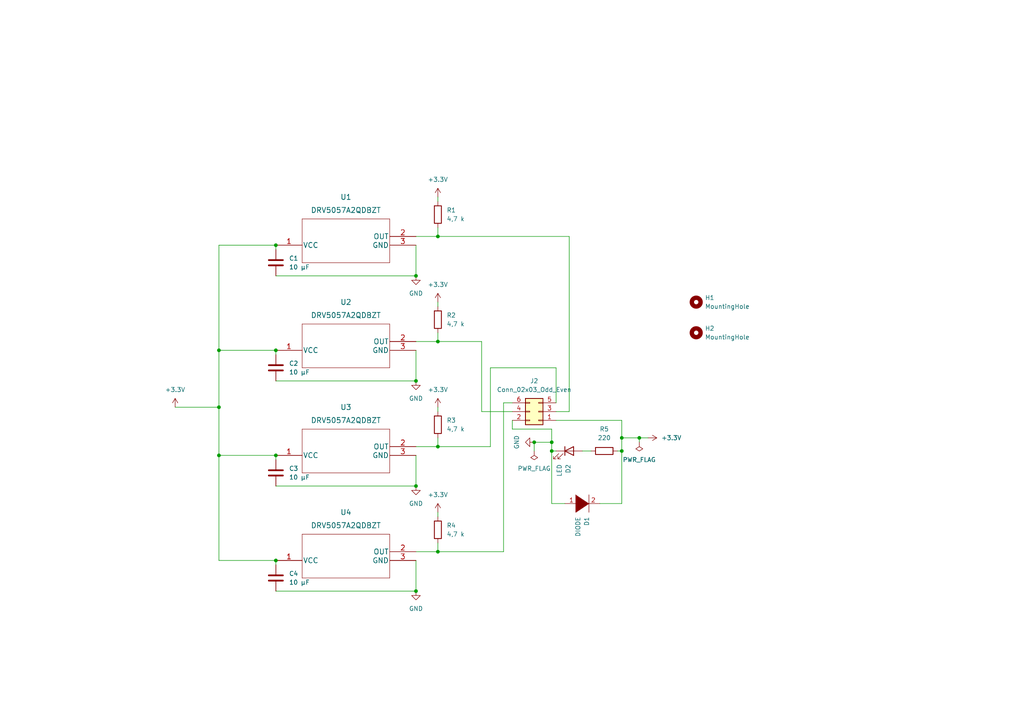
<source format=kicad_sch>
(kicad_sch (version 20211123) (generator eeschema)

  (uuid d81cab95-fd08-4e0a-9871-078721146f6c)

  (paper "A4")

  (title_block
    (title "Linear Hall Effect Array")
    (date "2022-08-04")
    (rev "0.2")
  )

  (lib_symbols
    (symbol "2022-06-28_18-35-33:DRV5057A2QDBZT" (pin_names (offset 0.254)) (in_bom yes) (on_board yes)
      (property "Reference" "U" (id 0) (at 20.32 10.16 0)
        (effects (font (size 1.524 1.524)))
      )
      (property "Value" "DRV5057A2QDBZT" (id 1) (at 20.32 7.62 0)
        (effects (font (size 1.524 1.524)))
      )
      (property "Footprint" "DBZ3_TEX" (id 2) (at 20.32 6.096 0)
        (effects (font (size 1.524 1.524)) hide)
      )
      (property "Datasheet" "" (id 3) (at 0 0 0)
        (effects (font (size 1.524 1.524)))
      )
      (property "ki_locked" "" (id 4) (at 0 0 0)
        (effects (font (size 1.27 1.27)))
      )
      (property "ki_fp_filters" "DBZ3_TEX DBZ3_TEX-M DBZ3_TEX-L" (id 5) (at 0 0 0)
        (effects (font (size 1.27 1.27)) hide)
      )
      (symbol "DRV5057A2QDBZT_1_1"
        (polyline
          (pts
            (xy 7.62 -7.62)
            (xy 33.02 -7.62)
          )
          (stroke (width 0.127) (type default) (color 0 0 0 0))
          (fill (type none))
        )
        (polyline
          (pts
            (xy 7.62 5.08)
            (xy 7.62 -7.62)
          )
          (stroke (width 0.127) (type default) (color 0 0 0 0))
          (fill (type none))
        )
        (polyline
          (pts
            (xy 33.02 -7.62)
            (xy 33.02 5.08)
          )
          (stroke (width 0.127) (type default) (color 0 0 0 0))
          (fill (type none))
        )
        (polyline
          (pts
            (xy 33.02 5.08)
            (xy 7.62 5.08)
          )
          (stroke (width 0.127) (type default) (color 0 0 0 0))
          (fill (type none))
        )
        (pin power_in line (at 0 0 0) (length 7.62)
          (name "VCC" (effects (font (size 1.4986 1.4986))))
          (number "1" (effects (font (size 1.4986 1.4986))))
        )
        (pin output line (at 40.64 -2.54 180) (length 7.62)
          (name "OUT" (effects (font (size 1.4986 1.4986))))
          (number "2" (effects (font (size 1.4986 1.4986))))
        )
        (pin power_in line (at 40.64 0 180) (length 7.62)
          (name "GND" (effects (font (size 1.4986 1.4986))))
          (number "3" (effects (font (size 1.4986 1.4986))))
        )
      )
    )
    (symbol "Connector_Generic:Conn_02x03_Odd_Even" (pin_names (offset 1.016) hide) (in_bom yes) (on_board yes)
      (property "Reference" "J" (id 0) (at 1.27 5.08 0)
        (effects (font (size 1.27 1.27)))
      )
      (property "Value" "Conn_02x03_Odd_Even" (id 1) (at 1.27 -5.08 0)
        (effects (font (size 1.27 1.27)))
      )
      (property "Footprint" "" (id 2) (at 0 0 0)
        (effects (font (size 1.27 1.27)) hide)
      )
      (property "Datasheet" "~" (id 3) (at 0 0 0)
        (effects (font (size 1.27 1.27)) hide)
      )
      (property "ki_keywords" "connector" (id 4) (at 0 0 0)
        (effects (font (size 1.27 1.27)) hide)
      )
      (property "ki_description" "Generic connector, double row, 02x03, odd/even pin numbering scheme (row 1 odd numbers, row 2 even numbers), script generated (kicad-library-utils/schlib/autogen/connector/)" (id 5) (at 0 0 0)
        (effects (font (size 1.27 1.27)) hide)
      )
      (property "ki_fp_filters" "Connector*:*_2x??_*" (id 6) (at 0 0 0)
        (effects (font (size 1.27 1.27)) hide)
      )
      (symbol "Conn_02x03_Odd_Even_1_1"
        (rectangle (start -1.27 -2.413) (end 0 -2.667)
          (stroke (width 0.1524) (type default) (color 0 0 0 0))
          (fill (type none))
        )
        (rectangle (start -1.27 0.127) (end 0 -0.127)
          (stroke (width 0.1524) (type default) (color 0 0 0 0))
          (fill (type none))
        )
        (rectangle (start -1.27 2.667) (end 0 2.413)
          (stroke (width 0.1524) (type default) (color 0 0 0 0))
          (fill (type none))
        )
        (rectangle (start -1.27 3.81) (end 3.81 -3.81)
          (stroke (width 0.254) (type default) (color 0 0 0 0))
          (fill (type background))
        )
        (rectangle (start 3.81 -2.413) (end 2.54 -2.667)
          (stroke (width 0.1524) (type default) (color 0 0 0 0))
          (fill (type none))
        )
        (rectangle (start 3.81 0.127) (end 2.54 -0.127)
          (stroke (width 0.1524) (type default) (color 0 0 0 0))
          (fill (type none))
        )
        (rectangle (start 3.81 2.667) (end 2.54 2.413)
          (stroke (width 0.1524) (type default) (color 0 0 0 0))
          (fill (type none))
        )
        (pin passive line (at -5.08 2.54 0) (length 3.81)
          (name "Pin_1" (effects (font (size 1.27 1.27))))
          (number "1" (effects (font (size 1.27 1.27))))
        )
        (pin passive line (at 7.62 2.54 180) (length 3.81)
          (name "Pin_2" (effects (font (size 1.27 1.27))))
          (number "2" (effects (font (size 1.27 1.27))))
        )
        (pin passive line (at -5.08 0 0) (length 3.81)
          (name "Pin_3" (effects (font (size 1.27 1.27))))
          (number "3" (effects (font (size 1.27 1.27))))
        )
        (pin passive line (at 7.62 0 180) (length 3.81)
          (name "Pin_4" (effects (font (size 1.27 1.27))))
          (number "4" (effects (font (size 1.27 1.27))))
        )
        (pin passive line (at -5.08 -2.54 0) (length 3.81)
          (name "Pin_5" (effects (font (size 1.27 1.27))))
          (number "5" (effects (font (size 1.27 1.27))))
        )
        (pin passive line (at 7.62 -2.54 180) (length 3.81)
          (name "Pin_6" (effects (font (size 1.27 1.27))))
          (number "6" (effects (font (size 1.27 1.27))))
        )
      )
    )
    (symbol "Device:C" (pin_numbers hide) (pin_names (offset 0.254)) (in_bom yes) (on_board yes)
      (property "Reference" "C" (id 0) (at 0.635 2.54 0)
        (effects (font (size 1.27 1.27)) (justify left))
      )
      (property "Value" "C" (id 1) (at 0.635 -2.54 0)
        (effects (font (size 1.27 1.27)) (justify left))
      )
      (property "Footprint" "" (id 2) (at 0.9652 -3.81 0)
        (effects (font (size 1.27 1.27)) hide)
      )
      (property "Datasheet" "~" (id 3) (at 0 0 0)
        (effects (font (size 1.27 1.27)) hide)
      )
      (property "ki_keywords" "cap capacitor" (id 4) (at 0 0 0)
        (effects (font (size 1.27 1.27)) hide)
      )
      (property "ki_description" "Unpolarized capacitor" (id 5) (at 0 0 0)
        (effects (font (size 1.27 1.27)) hide)
      )
      (property "ki_fp_filters" "C_*" (id 6) (at 0 0 0)
        (effects (font (size 1.27 1.27)) hide)
      )
      (symbol "C_0_1"
        (polyline
          (pts
            (xy -2.032 -0.762)
            (xy 2.032 -0.762)
          )
          (stroke (width 0.508) (type default) (color 0 0 0 0))
          (fill (type none))
        )
        (polyline
          (pts
            (xy -2.032 0.762)
            (xy 2.032 0.762)
          )
          (stroke (width 0.508) (type default) (color 0 0 0 0))
          (fill (type none))
        )
      )
      (symbol "C_1_1"
        (pin passive line (at 0 3.81 270) (length 2.794)
          (name "~" (effects (font (size 1.27 1.27))))
          (number "1" (effects (font (size 1.27 1.27))))
        )
        (pin passive line (at 0 -3.81 90) (length 2.794)
          (name "~" (effects (font (size 1.27 1.27))))
          (number "2" (effects (font (size 1.27 1.27))))
        )
      )
    )
    (symbol "Device:LED" (pin_numbers hide) (pin_names (offset 1.016) hide) (in_bom yes) (on_board yes)
      (property "Reference" "D" (id 0) (at 0 2.54 0)
        (effects (font (size 1.27 1.27)))
      )
      (property "Value" "LED" (id 1) (at 0 -2.54 0)
        (effects (font (size 1.27 1.27)))
      )
      (property "Footprint" "" (id 2) (at 0 0 0)
        (effects (font (size 1.27 1.27)) hide)
      )
      (property "Datasheet" "~" (id 3) (at 0 0 0)
        (effects (font (size 1.27 1.27)) hide)
      )
      (property "ki_keywords" "LED diode" (id 4) (at 0 0 0)
        (effects (font (size 1.27 1.27)) hide)
      )
      (property "ki_description" "Light emitting diode" (id 5) (at 0 0 0)
        (effects (font (size 1.27 1.27)) hide)
      )
      (property "ki_fp_filters" "LED* LED_SMD:* LED_THT:*" (id 6) (at 0 0 0)
        (effects (font (size 1.27 1.27)) hide)
      )
      (symbol "LED_0_1"
        (polyline
          (pts
            (xy -1.27 -1.27)
            (xy -1.27 1.27)
          )
          (stroke (width 0.254) (type default) (color 0 0 0 0))
          (fill (type none))
        )
        (polyline
          (pts
            (xy -1.27 0)
            (xy 1.27 0)
          )
          (stroke (width 0) (type default) (color 0 0 0 0))
          (fill (type none))
        )
        (polyline
          (pts
            (xy 1.27 -1.27)
            (xy 1.27 1.27)
            (xy -1.27 0)
            (xy 1.27 -1.27)
          )
          (stroke (width 0.254) (type default) (color 0 0 0 0))
          (fill (type none))
        )
        (polyline
          (pts
            (xy -3.048 -0.762)
            (xy -4.572 -2.286)
            (xy -3.81 -2.286)
            (xy -4.572 -2.286)
            (xy -4.572 -1.524)
          )
          (stroke (width 0) (type default) (color 0 0 0 0))
          (fill (type none))
        )
        (polyline
          (pts
            (xy -1.778 -0.762)
            (xy -3.302 -2.286)
            (xy -2.54 -2.286)
            (xy -3.302 -2.286)
            (xy -3.302 -1.524)
          )
          (stroke (width 0) (type default) (color 0 0 0 0))
          (fill (type none))
        )
      )
      (symbol "LED_1_1"
        (pin passive line (at -3.81 0 0) (length 2.54)
          (name "K" (effects (font (size 1.27 1.27))))
          (number "1" (effects (font (size 1.27 1.27))))
        )
        (pin passive line (at 3.81 0 180) (length 2.54)
          (name "A" (effects (font (size 1.27 1.27))))
          (number "2" (effects (font (size 1.27 1.27))))
        )
      )
    )
    (symbol "Device:R" (pin_numbers hide) (pin_names (offset 0)) (in_bom yes) (on_board yes)
      (property "Reference" "R" (id 0) (at 2.032 0 90)
        (effects (font (size 1.27 1.27)))
      )
      (property "Value" "R" (id 1) (at 0 0 90)
        (effects (font (size 1.27 1.27)))
      )
      (property "Footprint" "" (id 2) (at -1.778 0 90)
        (effects (font (size 1.27 1.27)) hide)
      )
      (property "Datasheet" "~" (id 3) (at 0 0 0)
        (effects (font (size 1.27 1.27)) hide)
      )
      (property "ki_keywords" "R res resistor" (id 4) (at 0 0 0)
        (effects (font (size 1.27 1.27)) hide)
      )
      (property "ki_description" "Resistor" (id 5) (at 0 0 0)
        (effects (font (size 1.27 1.27)) hide)
      )
      (property "ki_fp_filters" "R_*" (id 6) (at 0 0 0)
        (effects (font (size 1.27 1.27)) hide)
      )
      (symbol "R_0_1"
        (rectangle (start -1.016 -2.54) (end 1.016 2.54)
          (stroke (width 0.254) (type default) (color 0 0 0 0))
          (fill (type none))
        )
      )
      (symbol "R_1_1"
        (pin passive line (at 0 3.81 270) (length 1.27)
          (name "~" (effects (font (size 1.27 1.27))))
          (number "1" (effects (font (size 1.27 1.27))))
        )
        (pin passive line (at 0 -3.81 90) (length 1.27)
          (name "~" (effects (font (size 1.27 1.27))))
          (number "2" (effects (font (size 1.27 1.27))))
        )
      )
    )
    (symbol "Mechanical:MountingHole" (pin_names (offset 1.016)) (in_bom yes) (on_board yes)
      (property "Reference" "H" (id 0) (at 0 5.08 0)
        (effects (font (size 1.27 1.27)))
      )
      (property "Value" "MountingHole" (id 1) (at 0 3.175 0)
        (effects (font (size 1.27 1.27)))
      )
      (property "Footprint" "" (id 2) (at 0 0 0)
        (effects (font (size 1.27 1.27)) hide)
      )
      (property "Datasheet" "~" (id 3) (at 0 0 0)
        (effects (font (size 1.27 1.27)) hide)
      )
      (property "ki_keywords" "mounting hole" (id 4) (at 0 0 0)
        (effects (font (size 1.27 1.27)) hide)
      )
      (property "ki_description" "Mounting Hole without connection" (id 5) (at 0 0 0)
        (effects (font (size 1.27 1.27)) hide)
      )
      (property "ki_fp_filters" "MountingHole*" (id 6) (at 0 0 0)
        (effects (font (size 1.27 1.27)) hide)
      )
      (symbol "MountingHole_0_1"
        (circle (center 0 0) (radius 1.27)
          (stroke (width 1.27) (type default) (color 0 0 0 0))
          (fill (type none))
        )
      )
    )
    (symbol "power:+3.3V" (power) (pin_names (offset 0)) (in_bom yes) (on_board yes)
      (property "Reference" "#PWR" (id 0) (at 0 -3.81 0)
        (effects (font (size 1.27 1.27)) hide)
      )
      (property "Value" "+3.3V" (id 1) (at 0 3.556 0)
        (effects (font (size 1.27 1.27)))
      )
      (property "Footprint" "" (id 2) (at 0 0 0)
        (effects (font (size 1.27 1.27)) hide)
      )
      (property "Datasheet" "" (id 3) (at 0 0 0)
        (effects (font (size 1.27 1.27)) hide)
      )
      (property "ki_keywords" "power-flag" (id 4) (at 0 0 0)
        (effects (font (size 1.27 1.27)) hide)
      )
      (property "ki_description" "Power symbol creates a global label with name \"+3.3V\"" (id 5) (at 0 0 0)
        (effects (font (size 1.27 1.27)) hide)
      )
      (symbol "+3.3V_0_1"
        (polyline
          (pts
            (xy -0.762 1.27)
            (xy 0 2.54)
          )
          (stroke (width 0) (type default) (color 0 0 0 0))
          (fill (type none))
        )
        (polyline
          (pts
            (xy 0 0)
            (xy 0 2.54)
          )
          (stroke (width 0) (type default) (color 0 0 0 0))
          (fill (type none))
        )
        (polyline
          (pts
            (xy 0 2.54)
            (xy 0.762 1.27)
          )
          (stroke (width 0) (type default) (color 0 0 0 0))
          (fill (type none))
        )
      )
      (symbol "+3.3V_1_1"
        (pin power_in line (at 0 0 90) (length 0) hide
          (name "+3.3V" (effects (font (size 1.27 1.27))))
          (number "1" (effects (font (size 1.27 1.27))))
        )
      )
    )
    (symbol "power:GND" (power) (pin_names (offset 0)) (in_bom yes) (on_board yes)
      (property "Reference" "#PWR" (id 0) (at 0 -6.35 0)
        (effects (font (size 1.27 1.27)) hide)
      )
      (property "Value" "GND" (id 1) (at 0 -3.81 0)
        (effects (font (size 1.27 1.27)))
      )
      (property "Footprint" "" (id 2) (at 0 0 0)
        (effects (font (size 1.27 1.27)) hide)
      )
      (property "Datasheet" "" (id 3) (at 0 0 0)
        (effects (font (size 1.27 1.27)) hide)
      )
      (property "ki_keywords" "power-flag" (id 4) (at 0 0 0)
        (effects (font (size 1.27 1.27)) hide)
      )
      (property "ki_description" "Power symbol creates a global label with name \"GND\" , ground" (id 5) (at 0 0 0)
        (effects (font (size 1.27 1.27)) hide)
      )
      (symbol "GND_0_1"
        (polyline
          (pts
            (xy 0 0)
            (xy 0 -1.27)
            (xy 1.27 -1.27)
            (xy 0 -2.54)
            (xy -1.27 -1.27)
            (xy 0 -1.27)
          )
          (stroke (width 0) (type default) (color 0 0 0 0))
          (fill (type none))
        )
      )
      (symbol "GND_1_1"
        (pin power_in line (at 0 0 270) (length 0) hide
          (name "GND" (effects (font (size 1.27 1.27))))
          (number "1" (effects (font (size 1.27 1.27))))
        )
      )
    )
    (symbol "power:PWR_FLAG" (power) (pin_numbers hide) (pin_names (offset 0) hide) (in_bom yes) (on_board yes)
      (property "Reference" "#FLG" (id 0) (at 0 1.905 0)
        (effects (font (size 1.27 1.27)) hide)
      )
      (property "Value" "PWR_FLAG" (id 1) (at 0 3.81 0)
        (effects (font (size 1.27 1.27)))
      )
      (property "Footprint" "" (id 2) (at 0 0 0)
        (effects (font (size 1.27 1.27)) hide)
      )
      (property "Datasheet" "~" (id 3) (at 0 0 0)
        (effects (font (size 1.27 1.27)) hide)
      )
      (property "ki_keywords" "power-flag" (id 4) (at 0 0 0)
        (effects (font (size 1.27 1.27)) hide)
      )
      (property "ki_description" "Special symbol for telling ERC where power comes from" (id 5) (at 0 0 0)
        (effects (font (size 1.27 1.27)) hide)
      )
      (symbol "PWR_FLAG_0_0"
        (pin power_out line (at 0 0 90) (length 0)
          (name "pwr" (effects (font (size 1.27 1.27))))
          (number "1" (effects (font (size 1.27 1.27))))
        )
      )
      (symbol "PWR_FLAG_0_1"
        (polyline
          (pts
            (xy 0 0)
            (xy 0 1.27)
            (xy -1.016 1.905)
            (xy 0 2.54)
            (xy 1.016 1.905)
            (xy 0 1.27)
          )
          (stroke (width 0) (type default) (color 0 0 0 0))
          (fill (type none))
        )
      )
    )
    (symbol "pspice:DIODE" (pin_names (offset 1.016) hide) (in_bom yes) (on_board yes)
      (property "Reference" "D" (id 0) (at 0 3.81 0)
        (effects (font (size 1.27 1.27)))
      )
      (property "Value" "DIODE" (id 1) (at 0 -4.445 0)
        (effects (font (size 1.27 1.27)))
      )
      (property "Footprint" "" (id 2) (at 0 0 0)
        (effects (font (size 1.27 1.27)) hide)
      )
      (property "Datasheet" "~" (id 3) (at 0 0 0)
        (effects (font (size 1.27 1.27)) hide)
      )
      (property "ki_keywords" "simulation" (id 4) (at 0 0 0)
        (effects (font (size 1.27 1.27)) hide)
      )
      (property "ki_description" "Diode symbol for simulation only. Pin order incompatible with official kicad footprints" (id 5) (at 0 0 0)
        (effects (font (size 1.27 1.27)) hide)
      )
      (symbol "DIODE_0_1"
        (polyline
          (pts
            (xy 1.905 2.54)
            (xy 1.905 -2.54)
          )
          (stroke (width 0) (type default) (color 0 0 0 0))
          (fill (type none))
        )
        (polyline
          (pts
            (xy -1.905 2.54)
            (xy -1.905 -2.54)
            (xy 1.905 0)
          )
          (stroke (width 0) (type default) (color 0 0 0 0))
          (fill (type outline))
        )
      )
      (symbol "DIODE_1_1"
        (pin input line (at -5.08 0 0) (length 3.81)
          (name "K" (effects (font (size 1.27 1.27))))
          (number "1" (effects (font (size 1.27 1.27))))
        )
        (pin input line (at 5.08 0 180) (length 3.81)
          (name "A" (effects (font (size 1.27 1.27))))
          (number "2" (effects (font (size 1.27 1.27))))
        )
      )
    )
  )

  (junction (at 80.01 132.08) (diameter 0) (color 0 0 0 0)
    (uuid 01834fd3-28fc-4165-9f3b-7bcec161bdf9)
  )
  (junction (at 160.02 128.27) (diameter 0) (color 0 0 0 0)
    (uuid 050bc3c0-b327-4b66-afc1-fa2c16ba83d4)
  )
  (junction (at 154.94 128.27) (diameter 0) (color 0 0 0 0)
    (uuid 0f1ccd3b-2e8c-4908-967e-eb2cad9a709b)
  )
  (junction (at 120.65 140.97) (diameter 0) (color 0 0 0 0)
    (uuid 37390b14-f583-4635-8be8-7416d26aceae)
  )
  (junction (at 127 99.06) (diameter 0) (color 0 0 0 0)
    (uuid 3a7ccf12-4195-4dd4-9ea9-87de59821a8d)
  )
  (junction (at 63.5 101.6) (diameter 0) (color 0 0 0 0)
    (uuid 3a89f941-84ea-46ee-8007-86e8dc5e0458)
  )
  (junction (at 120.65 80.01) (diameter 0) (color 0 0 0 0)
    (uuid 4347c53d-26ab-4afc-8a45-228d9042f28d)
  )
  (junction (at 180.34 127) (diameter 0) (color 0 0 0 0)
    (uuid 4aea0301-b570-4ea6-9d66-b38b35b0a07b)
  )
  (junction (at 127 68.58) (diameter 0) (color 0 0 0 0)
    (uuid 51c0613d-a491-4cc5-911d-a53b6ed4de8b)
  )
  (junction (at 120.65 110.49) (diameter 0) (color 0 0 0 0)
    (uuid 7564c51e-8d5e-4f6a-a687-43e1fd5b1d63)
  )
  (junction (at 160.02 130.81) (diameter 0) (color 0 0 0 0)
    (uuid b0c047a1-cbb0-4aab-a9c1-2abb9bb1629f)
  )
  (junction (at 63.5 118.11) (diameter 0) (color 0 0 0 0)
    (uuid b2292690-89a6-4915-a13d-37c38b481952)
  )
  (junction (at 80.01 71.12) (diameter 0) (color 0 0 0 0)
    (uuid be24198e-3cea-4324-a2d1-287eca821714)
  )
  (junction (at 185.42 127) (diameter 0) (color 0 0 0 0)
    (uuid c6aa6973-192f-42e5-b188-5217fbdaf44e)
  )
  (junction (at 63.5 132.08) (diameter 0) (color 0 0 0 0)
    (uuid ca238370-9898-417c-bb62-c66ba767df98)
  )
  (junction (at 80.01 101.6) (diameter 0) (color 0 0 0 0)
    (uuid d30c05ff-8458-4139-b176-974a65a81d6d)
  )
  (junction (at 180.34 130.81) (diameter 0) (color 0 0 0 0)
    (uuid d338aae4-1015-4617-899e-4a11164a07c0)
  )
  (junction (at 127 160.02) (diameter 0) (color 0 0 0 0)
    (uuid dd2af52c-be82-4777-b6f5-c242b1cce654)
  )
  (junction (at 127 129.54) (diameter 0) (color 0 0 0 0)
    (uuid e281c777-28a0-4175-a222-c6add4ee31cc)
  )
  (junction (at 120.65 171.45) (diameter 0) (color 0 0 0 0)
    (uuid e4a7fd0a-add7-489c-9c96-973dff71f0ce)
  )
  (junction (at 80.01 162.56) (diameter 0) (color 0 0 0 0)
    (uuid f8410365-ad4b-45bf-b703-f77c891a4c8a)
  )

  (wire (pts (xy 63.5 71.12) (xy 80.01 71.12))
    (stroke (width 0) (type default) (color 0 0 0 0))
    (uuid 034fe66d-3161-462c-ba78-95730f91ee94)
  )
  (wire (pts (xy 185.42 127) (xy 185.42 128.27))
    (stroke (width 0) (type default) (color 0 0 0 0))
    (uuid 0893a276-397a-48a5-a96e-62b3f6d3810b)
  )
  (wire (pts (xy 154.94 128.27) (xy 154.94 130.81))
    (stroke (width 0) (type default) (color 0 0 0 0))
    (uuid 0f77a531-3c78-459f-872b-79754551d6a9)
  )
  (wire (pts (xy 146.05 116.84) (xy 148.59 116.84))
    (stroke (width 0) (type default) (color 0 0 0 0))
    (uuid 11717343-0c29-4113-b919-3d4a8cd0a70f)
  )
  (wire (pts (xy 160.02 130.81) (xy 160.02 146.05))
    (stroke (width 0) (type default) (color 0 0 0 0))
    (uuid 1199e6f6-84d7-4a77-b599-004243a6bd01)
  )
  (wire (pts (xy 160.02 146.05) (xy 163.83 146.05))
    (stroke (width 0) (type default) (color 0 0 0 0))
    (uuid 12a4e0e0-034f-483e-9273-df8e1007f0df)
  )
  (wire (pts (xy 161.29 130.81) (xy 160.02 130.81))
    (stroke (width 0) (type default) (color 0 0 0 0))
    (uuid 15f1008f-0297-45b4-aeb3-4605fd551249)
  )
  (wire (pts (xy 127 68.58) (xy 120.65 68.58))
    (stroke (width 0) (type default) (color 0 0 0 0))
    (uuid 1767d7c6-83e8-4bfe-9b12-bd3fdf5e4561)
  )
  (wire (pts (xy 127 160.02) (xy 120.65 160.02))
    (stroke (width 0) (type default) (color 0 0 0 0))
    (uuid 18cfa8f1-6a5f-40e7-b867-1607278919c0)
  )
  (wire (pts (xy 154.94 128.27) (xy 160.02 128.27))
    (stroke (width 0) (type default) (color 0 0 0 0))
    (uuid 1ef5572b-3e00-4097-8cca-23f629e22f21)
  )
  (wire (pts (xy 127 157.48) (xy 127 160.02))
    (stroke (width 0) (type default) (color 0 0 0 0))
    (uuid 21112263-1f54-43d5-ad22-c996cf27af78)
  )
  (wire (pts (xy 127 129.54) (xy 142.24 129.54))
    (stroke (width 0) (type default) (color 0 0 0 0))
    (uuid 22be2f84-1483-46b8-8d80-68d9c7ac699a)
  )
  (wire (pts (xy 148.59 121.92) (xy 148.59 124.46))
    (stroke (width 0) (type default) (color 0 0 0 0))
    (uuid 26760610-bd7b-4bac-8786-3c9eb5f3afa2)
  )
  (wire (pts (xy 127 66.04) (xy 127 68.58))
    (stroke (width 0) (type default) (color 0 0 0 0))
    (uuid 2dce455d-b82d-4fa8-b1f0-2f0704321fe7)
  )
  (wire (pts (xy 80.01 162.56) (xy 80.01 163.83))
    (stroke (width 0) (type default) (color 0 0 0 0))
    (uuid 3010cb73-2481-45cd-8ea8-e10c5cdc8a0c)
  )
  (wire (pts (xy 139.7 99.06) (xy 139.7 119.38))
    (stroke (width 0) (type default) (color 0 0 0 0))
    (uuid 40320758-b842-4c5e-868f-1ac4941ae5b2)
  )
  (wire (pts (xy 127 96.52) (xy 127 99.06))
    (stroke (width 0) (type default) (color 0 0 0 0))
    (uuid 48fab93a-e0a9-49c0-be06-5bf0eee15375)
  )
  (wire (pts (xy 165.1 119.38) (xy 161.29 119.38))
    (stroke (width 0) (type default) (color 0 0 0 0))
    (uuid 4bed39a9-2250-4fe2-8321-3ec07387f558)
  )
  (wire (pts (xy 160.02 124.46) (xy 160.02 128.27))
    (stroke (width 0) (type default) (color 0 0 0 0))
    (uuid 4d815084-33cb-40cc-95cc-e770b809c5a5)
  )
  (wire (pts (xy 127 160.02) (xy 146.05 160.02))
    (stroke (width 0) (type default) (color 0 0 0 0))
    (uuid 537af35f-75cc-4b42-8736-da2fd8181642)
  )
  (wire (pts (xy 173.99 146.05) (xy 180.34 146.05))
    (stroke (width 0) (type default) (color 0 0 0 0))
    (uuid 56314d2d-da2a-43db-88fb-d2fec56e39d7)
  )
  (wire (pts (xy 161.29 121.92) (xy 180.34 121.92))
    (stroke (width 0) (type default) (color 0 0 0 0))
    (uuid 5717b618-f110-4bad-b051-303353f0d1f3)
  )
  (wire (pts (xy 180.34 127) (xy 185.42 127))
    (stroke (width 0) (type default) (color 0 0 0 0))
    (uuid 58d454ab-5b3b-410f-b632-3eead4f7ea44)
  )
  (wire (pts (xy 165.1 68.58) (xy 165.1 119.38))
    (stroke (width 0) (type default) (color 0 0 0 0))
    (uuid 59c4cdda-743c-48c0-a584-9183015f550d)
  )
  (wire (pts (xy 120.65 71.12) (xy 120.65 80.01))
    (stroke (width 0) (type default) (color 0 0 0 0))
    (uuid 5c3d46e8-5626-4960-af40-977a2f311a4a)
  )
  (wire (pts (xy 80.01 110.49) (xy 120.65 110.49))
    (stroke (width 0) (type default) (color 0 0 0 0))
    (uuid 5c858516-25cb-4219-99c6-80342c5842a6)
  )
  (wire (pts (xy 180.34 121.92) (xy 180.34 127))
    (stroke (width 0) (type default) (color 0 0 0 0))
    (uuid 662491e6-fd0b-42e7-93e8-308858f64e99)
  )
  (wire (pts (xy 171.45 130.81) (xy 168.91 130.81))
    (stroke (width 0) (type default) (color 0 0 0 0))
    (uuid 697f8cfc-df8d-4955-bc47-67702ed3f5fc)
  )
  (wire (pts (xy 63.5 132.08) (xy 63.5 162.56))
    (stroke (width 0) (type default) (color 0 0 0 0))
    (uuid 69969d0c-c927-41a7-a268-e3d10170bc3e)
  )
  (wire (pts (xy 127 87.63) (xy 127 88.9))
    (stroke (width 0) (type default) (color 0 0 0 0))
    (uuid 6ca43836-04c8-4e94-8b2a-df1b6d1ffa80)
  )
  (wire (pts (xy 80.01 140.97) (xy 120.65 140.97))
    (stroke (width 0) (type default) (color 0 0 0 0))
    (uuid 6ccbefaf-adf5-4bf4-bd29-91348a8b431c)
  )
  (wire (pts (xy 180.34 130.81) (xy 180.34 146.05))
    (stroke (width 0) (type default) (color 0 0 0 0))
    (uuid 6d657316-920a-4886-862d-1ce8e64d8b4f)
  )
  (wire (pts (xy 185.42 127) (xy 187.96 127))
    (stroke (width 0) (type default) (color 0 0 0 0))
    (uuid 6ff3c072-ab6c-408f-83ed-1089001fd8ca)
  )
  (wire (pts (xy 80.01 80.01) (xy 120.65 80.01))
    (stroke (width 0) (type default) (color 0 0 0 0))
    (uuid 74100866-39b6-4713-9704-9e3dd021ba88)
  )
  (wire (pts (xy 63.5 101.6) (xy 80.01 101.6))
    (stroke (width 0) (type default) (color 0 0 0 0))
    (uuid 74a0c849-76fa-48e8-ba03-a1a8591e21df)
  )
  (wire (pts (xy 127 118.11) (xy 127 119.38))
    (stroke (width 0) (type default) (color 0 0 0 0))
    (uuid 7cdb5990-0544-49c5-83bd-b8dd2349388c)
  )
  (wire (pts (xy 127 99.06) (xy 120.65 99.06))
    (stroke (width 0) (type default) (color 0 0 0 0))
    (uuid 7d3c0d76-d6ed-44ce-8a48-80732c943e97)
  )
  (wire (pts (xy 139.7 119.38) (xy 148.59 119.38))
    (stroke (width 0) (type default) (color 0 0 0 0))
    (uuid 7f0157cd-1900-4946-8f1e-915acc28e56c)
  )
  (wire (pts (xy 120.65 132.08) (xy 120.65 140.97))
    (stroke (width 0) (type default) (color 0 0 0 0))
    (uuid 807724ad-fa59-47ac-b8fc-e6bae1a8fcd8)
  )
  (wire (pts (xy 63.5 71.12) (xy 63.5 101.6))
    (stroke (width 0) (type default) (color 0 0 0 0))
    (uuid 9172e871-bf8b-453f-9dd5-478f3b750713)
  )
  (wire (pts (xy 127 148.59) (xy 127 149.86))
    (stroke (width 0) (type default) (color 0 0 0 0))
    (uuid a1bb55c0-01eb-45a0-b4e0-5cb127d352b5)
  )
  (wire (pts (xy 127 129.54) (xy 120.65 129.54))
    (stroke (width 0) (type default) (color 0 0 0 0))
    (uuid ab016e5b-30c7-4906-86fc-eeaf1b86b3aa)
  )
  (wire (pts (xy 63.5 162.56) (xy 80.01 162.56))
    (stroke (width 0) (type default) (color 0 0 0 0))
    (uuid abf8a74f-0c13-404a-8251-4df5ef0182d8)
  )
  (wire (pts (xy 63.5 118.11) (xy 63.5 132.08))
    (stroke (width 0) (type default) (color 0 0 0 0))
    (uuid b87e9b1f-73a1-4aa5-9a1c-4fe7a8547b5a)
  )
  (wire (pts (xy 80.01 71.12) (xy 80.01 72.39))
    (stroke (width 0) (type default) (color 0 0 0 0))
    (uuid b9e17008-7d92-4bfc-b999-71e69939fb56)
  )
  (wire (pts (xy 142.24 129.54) (xy 142.24 106.68))
    (stroke (width 0) (type default) (color 0 0 0 0))
    (uuid bec8f362-1620-4216-9b7a-8f0173951ad0)
  )
  (wire (pts (xy 120.65 101.6) (xy 120.65 110.49))
    (stroke (width 0) (type default) (color 0 0 0 0))
    (uuid c2a39328-4fa0-491c-a175-dddc0f53fe21)
  )
  (wire (pts (xy 50.8 118.11) (xy 63.5 118.11))
    (stroke (width 0) (type default) (color 0 0 0 0))
    (uuid c6ec73f6-24de-4264-9a90-f028b6e12aa2)
  )
  (wire (pts (xy 80.01 101.6) (xy 80.01 102.87))
    (stroke (width 0) (type default) (color 0 0 0 0))
    (uuid c892566b-a1e6-48cf-9673-b8c8ace9dd30)
  )
  (wire (pts (xy 161.29 106.68) (xy 161.29 116.84))
    (stroke (width 0) (type default) (color 0 0 0 0))
    (uuid caf898da-0d87-420c-be28-8a460d59e7d9)
  )
  (wire (pts (xy 120.65 162.56) (xy 120.65 171.45))
    (stroke (width 0) (type default) (color 0 0 0 0))
    (uuid ccf22212-bcb7-4505-9a33-78f330c9936d)
  )
  (wire (pts (xy 180.34 127) (xy 180.34 130.81))
    (stroke (width 0) (type default) (color 0 0 0 0))
    (uuid d5a480a8-3db4-490d-8e12-a881ab7599d5)
  )
  (wire (pts (xy 127 57.15) (xy 127 58.42))
    (stroke (width 0) (type default) (color 0 0 0 0))
    (uuid db682760-d681-41fe-a00a-ddfdd38cd6b9)
  )
  (wire (pts (xy 127 127) (xy 127 129.54))
    (stroke (width 0) (type default) (color 0 0 0 0))
    (uuid df9d6be2-6752-43d0-9c28-312b16ec146c)
  )
  (wire (pts (xy 146.05 160.02) (xy 146.05 116.84))
    (stroke (width 0) (type default) (color 0 0 0 0))
    (uuid e0a1034b-8e64-47f5-a8fb-348d8ce4e120)
  )
  (wire (pts (xy 148.59 124.46) (xy 160.02 124.46))
    (stroke (width 0) (type default) (color 0 0 0 0))
    (uuid e15c4767-3464-4333-944a-7508c8dacf8f)
  )
  (wire (pts (xy 180.34 130.81) (xy 179.07 130.81))
    (stroke (width 0) (type default) (color 0 0 0 0))
    (uuid e18c2f02-3bde-486f-ad53-2e77f448154b)
  )
  (wire (pts (xy 80.01 171.45) (xy 120.65 171.45))
    (stroke (width 0) (type default) (color 0 0 0 0))
    (uuid e5b2e64d-4c8c-4bff-9996-a7c8686fc938)
  )
  (wire (pts (xy 160.02 128.27) (xy 160.02 130.81))
    (stroke (width 0) (type default) (color 0 0 0 0))
    (uuid f192f5bb-516a-42e6-8d39-0fed033bc8cf)
  )
  (wire (pts (xy 80.01 132.08) (xy 80.01 133.35))
    (stroke (width 0) (type default) (color 0 0 0 0))
    (uuid f423a793-2230-429c-b90d-89510a784253)
  )
  (wire (pts (xy 63.5 101.6) (xy 63.5 118.11))
    (stroke (width 0) (type default) (color 0 0 0 0))
    (uuid f62c2fbc-730a-4998-a923-38e087f35b6a)
  )
  (wire (pts (xy 127 68.58) (xy 165.1 68.58))
    (stroke (width 0) (type default) (color 0 0 0 0))
    (uuid f759e376-78cc-4cb6-b6de-4056747e019b)
  )
  (wire (pts (xy 63.5 132.08) (xy 80.01 132.08))
    (stroke (width 0) (type default) (color 0 0 0 0))
    (uuid f90811c0-793d-495c-83b9-b03e061e407f)
  )
  (wire (pts (xy 127 99.06) (xy 139.7 99.06))
    (stroke (width 0) (type default) (color 0 0 0 0))
    (uuid f958ecb1-11df-4c1f-9011-2a18f3e07a0c)
  )
  (wire (pts (xy 142.24 106.68) (xy 161.29 106.68))
    (stroke (width 0) (type default) (color 0 0 0 0))
    (uuid fd0f928d-f29c-434c-bbb6-65c65ed70e8e)
  )

  (symbol (lib_id "Device:R") (at 127 62.23 0) (unit 1)
    (in_bom yes) (on_board yes) (fields_autoplaced)
    (uuid 04d65553-62e8-46d7-a029-77986bc76896)
    (property "Reference" "R1" (id 0) (at 129.54 60.9599 0)
      (effects (font (size 1.27 1.27)) (justify left))
    )
    (property "Value" "4,7 k" (id 1) (at 129.54 63.4999 0)
      (effects (font (size 1.27 1.27)) (justify left))
    )
    (property "Footprint" "Resistor_SMD:R_0603_1608Metric" (id 2) (at 125.222 62.23 90)
      (effects (font (size 1.27 1.27)) hide)
    )
    (property "Datasheet" "~" (id 3) (at 127 62.23 0)
      (effects (font (size 1.27 1.27)) hide)
    )
    (pin "1" (uuid d5066bad-819a-41b9-8170-b2a0bd37f218))
    (pin "2" (uuid a899dc7f-acf8-40ea-ae88-54d3f9d17864))
  )

  (symbol (lib_id "Connector_Generic:Conn_02x03_Odd_Even") (at 156.21 119.38 180) (unit 1)
    (in_bom yes) (on_board yes) (fields_autoplaced)
    (uuid 092fe72c-aafa-472a-930a-2553a3647720)
    (property "Reference" "J2" (id 0) (at 154.94 110.49 0))
    (property "Value" "Conn_02x03_Odd_Even" (id 1) (at 154.94 113.03 0))
    (property "Footprint" "Connector_PinHeader_2.54mm:PinHeader_2x03_P2.54mm_Horizontal" (id 2) (at 156.21 119.38 0)
      (effects (font (size 1.27 1.27)) hide)
    )
    (property "Datasheet" "~" (id 3) (at 156.21 119.38 0)
      (effects (font (size 1.27 1.27)) hide)
    )
    (pin "1" (uuid 907cfd07-f87a-41c3-9ccd-9db672f3465c))
    (pin "2" (uuid 6a37c184-a3f0-4799-8461-60af3b7280cd))
    (pin "3" (uuid d57624fa-4977-4ba9-bbed-fda4208d99cc))
    (pin "4" (uuid c28f379f-8d68-4c81-8994-a358a75629b4))
    (pin "5" (uuid 5bd3faf9-89ee-4e97-9509-7d4f1c391706))
    (pin "6" (uuid 24c845aa-9d47-4661-8595-2e22c5dd3e68))
  )

  (symbol (lib_id "Device:C") (at 80.01 167.64 0) (unit 1)
    (in_bom yes) (on_board yes) (fields_autoplaced)
    (uuid 128923ea-6be4-4c56-87f9-2979b8ad0d96)
    (property "Reference" "C4" (id 0) (at 83.82 166.3699 0)
      (effects (font (size 1.27 1.27)) (justify left))
    )
    (property "Value" "10 µF" (id 1) (at 83.82 168.9099 0)
      (effects (font (size 1.27 1.27)) (justify left))
    )
    (property "Footprint" "Capacitor_SMD:C_0402_1005Metric" (id 2) (at 80.9752 171.45 0)
      (effects (font (size 1.27 1.27)) hide)
    )
    (property "Datasheet" "~" (id 3) (at 80.01 167.64 0)
      (effects (font (size 1.27 1.27)) hide)
    )
    (pin "1" (uuid 0462bda1-615a-4df4-88fb-da958f8ffb14))
    (pin "2" (uuid 744d6fda-1faf-4142-a309-daa4a84d69ce))
  )

  (symbol (lib_id "Device:R") (at 127 153.67 0) (unit 1)
    (in_bom yes) (on_board yes) (fields_autoplaced)
    (uuid 1cac651f-afa8-4f82-86b2-2656f68268a9)
    (property "Reference" "R4" (id 0) (at 129.54 152.3999 0)
      (effects (font (size 1.27 1.27)) (justify left))
    )
    (property "Value" "4,7 k" (id 1) (at 129.54 154.9399 0)
      (effects (font (size 1.27 1.27)) (justify left))
    )
    (property "Footprint" "Resistor_SMD:R_0603_1608Metric" (id 2) (at 125.222 153.67 90)
      (effects (font (size 1.27 1.27)) hide)
    )
    (property "Datasheet" "~" (id 3) (at 127 153.67 0)
      (effects (font (size 1.27 1.27)) hide)
    )
    (pin "1" (uuid fcb510dd-931d-4198-83cd-f8d0f34dc853))
    (pin "2" (uuid ec8c6214-50f6-461d-8455-4533981f31e5))
  )

  (symbol (lib_id "Mechanical:MountingHole") (at 201.93 87.63 0) (unit 1)
    (in_bom yes) (on_board yes) (fields_autoplaced)
    (uuid 1f12dcd3-4225-450d-b657-d70f64a5b9cd)
    (property "Reference" "H1" (id 0) (at 204.47 86.3599 0)
      (effects (font (size 1.27 1.27)) (justify left))
    )
    (property "Value" "MountingHole" (id 1) (at 204.47 88.8999 0)
      (effects (font (size 1.27 1.27)) (justify left))
    )
    (property "Footprint" "MountingHole:MountingHole_2.1mm" (id 2) (at 201.93 87.63 0)
      (effects (font (size 1.27 1.27)) hide)
    )
    (property "Datasheet" "~" (id 3) (at 201.93 87.63 0)
      (effects (font (size 1.27 1.27)) hide)
    )
  )

  (symbol (lib_id "power:GND") (at 120.65 80.01 0) (unit 1)
    (in_bom yes) (on_board yes) (fields_autoplaced)
    (uuid 24167bc8-08b5-4433-9336-c5606d71d073)
    (property "Reference" "#PWR02" (id 0) (at 120.65 86.36 0)
      (effects (font (size 1.27 1.27)) hide)
    )
    (property "Value" "GND" (id 1) (at 120.65 85.09 0))
    (property "Footprint" "" (id 2) (at 120.65 80.01 0)
      (effects (font (size 1.27 1.27)) hide)
    )
    (property "Datasheet" "" (id 3) (at 120.65 80.01 0)
      (effects (font (size 1.27 1.27)) hide)
    )
    (pin "1" (uuid 92fdd1c6-da8a-43b1-b668-01813647f854))
  )

  (symbol (lib_id "Mechanical:MountingHole") (at 201.93 96.52 0) (unit 1)
    (in_bom yes) (on_board yes) (fields_autoplaced)
    (uuid 24c0cbdd-3445-4e71-b5c7-910016d17ea6)
    (property "Reference" "H2" (id 0) (at 204.47 95.2499 0)
      (effects (font (size 1.27 1.27)) (justify left))
    )
    (property "Value" "MountingHole" (id 1) (at 204.47 97.7899 0)
      (effects (font (size 1.27 1.27)) (justify left))
    )
    (property "Footprint" "MountingHole:MountingHole_2.1mm" (id 2) (at 201.93 96.52 0)
      (effects (font (size 1.27 1.27)) hide)
    )
    (property "Datasheet" "~" (id 3) (at 201.93 96.52 0)
      (effects (font (size 1.27 1.27)) hide)
    )
  )

  (symbol (lib_id "power:PWR_FLAG") (at 154.94 130.81 180) (unit 1)
    (in_bom yes) (on_board yes) (fields_autoplaced)
    (uuid 26f28388-0202-4224-bca0-acb7cf4817e1)
    (property "Reference" "#FLG02" (id 0) (at 154.94 132.715 0)
      (effects (font (size 1.27 1.27)) hide)
    )
    (property "Value" "PWR_FLAG" (id 1) (at 154.94 135.89 0))
    (property "Footprint" "" (id 2) (at 154.94 130.81 0)
      (effects (font (size 1.27 1.27)) hide)
    )
    (property "Datasheet" "~" (id 3) (at 154.94 130.81 0)
      (effects (font (size 1.27 1.27)) hide)
    )
    (pin "1" (uuid b32f2f44-7a32-41e5-92e2-d666ebc54519))
  )

  (symbol (lib_id "pspice:DIODE") (at 168.91 146.05 0) (unit 1)
    (in_bom yes) (on_board yes) (fields_autoplaced)
    (uuid 2baa6fb4-4a5f-4fe1-8fed-dee7a5452ea1)
    (property "Reference" "D1" (id 0) (at 170.1801 149.86 90)
      (effects (font (size 1.27 1.27)) (justify right))
    )
    (property "Value" "DIODE" (id 1) (at 167.6401 149.86 90)
      (effects (font (size 1.27 1.27)) (justify right))
    )
    (property "Footprint" "Diode_SMD:D_0603_1608Metric" (id 2) (at 168.91 146.05 0)
      (effects (font (size 1.27 1.27)) hide)
    )
    (property "Datasheet" "~" (id 3) (at 168.91 146.05 0)
      (effects (font (size 1.27 1.27)) hide)
    )
    (pin "1" (uuid bf66c472-1abb-4d3d-bae3-77acd8420257))
    (pin "2" (uuid 2dad1f77-486a-44f9-b27c-8a6f509db426))
  )

  (symbol (lib_id "Device:LED") (at 165.1 130.81 0) (unit 1)
    (in_bom yes) (on_board yes) (fields_autoplaced)
    (uuid 30c32c5f-79af-4dc9-b68b-6dd004642c3e)
    (property "Reference" "D2" (id 0) (at 164.7826 134.62 90)
      (effects (font (size 1.27 1.27)) (justify right))
    )
    (property "Value" "LED" (id 1) (at 162.2426 134.62 90)
      (effects (font (size 1.27 1.27)) (justify right))
    )
    (property "Footprint" "LED_SMD:LED_0603_1608Metric" (id 2) (at 165.1 130.81 0)
      (effects (font (size 1.27 1.27)) hide)
    )
    (property "Datasheet" "~" (id 3) (at 165.1 130.81 0)
      (effects (font (size 1.27 1.27)) hide)
    )
    (pin "1" (uuid 077833ab-5ac9-41c4-a8db-e667288e5f4f))
    (pin "2" (uuid bb02340b-8bd8-4ef4-883a-0ec728d126fd))
  )

  (symbol (lib_id "Device:C") (at 80.01 137.16 0) (unit 1)
    (in_bom yes) (on_board yes) (fields_autoplaced)
    (uuid 383c47d4-dba6-4e01-b65f-a551112ac045)
    (property "Reference" "C3" (id 0) (at 83.82 135.8899 0)
      (effects (font (size 1.27 1.27)) (justify left))
    )
    (property "Value" "10 µF" (id 1) (at 83.82 138.4299 0)
      (effects (font (size 1.27 1.27)) (justify left))
    )
    (property "Footprint" "Capacitor_SMD:C_0402_1005Metric" (id 2) (at 80.9752 140.97 0)
      (effects (font (size 1.27 1.27)) hide)
    )
    (property "Datasheet" "~" (id 3) (at 80.01 137.16 0)
      (effects (font (size 1.27 1.27)) hide)
    )
    (pin "1" (uuid 95b4dc04-b604-4bbd-a610-d6f3fdcfb8ec))
    (pin "2" (uuid f4ffbaa7-17d0-41d2-a5e3-401eb1eaca0c))
  )

  (symbol (lib_id "Device:C") (at 80.01 106.68 0) (unit 1)
    (in_bom yes) (on_board yes) (fields_autoplaced)
    (uuid 3f3a96d9-020d-4346-8cfc-db4f0850f858)
    (property "Reference" "C2" (id 0) (at 83.82 105.4099 0)
      (effects (font (size 1.27 1.27)) (justify left))
    )
    (property "Value" "10 µF" (id 1) (at 83.82 107.9499 0)
      (effects (font (size 1.27 1.27)) (justify left))
    )
    (property "Footprint" "Capacitor_SMD:C_0402_1005Metric" (id 2) (at 80.9752 110.49 0)
      (effects (font (size 1.27 1.27)) hide)
    )
    (property "Datasheet" "~" (id 3) (at 80.01 106.68 0)
      (effects (font (size 1.27 1.27)) hide)
    )
    (pin "1" (uuid 29d0fae7-54bd-493d-9e07-7034aa9db36f))
    (pin "2" (uuid 513879f4-7c5d-4f93-9958-c774c6f8b587))
  )

  (symbol (lib_id "Device:R") (at 175.26 130.81 270) (unit 1)
    (in_bom yes) (on_board yes) (fields_autoplaced)
    (uuid 45b3457c-40a9-40a5-a8a8-0ef2d5f1d569)
    (property "Reference" "R5" (id 0) (at 175.26 124.46 90))
    (property "Value" "220" (id 1) (at 175.26 127 90))
    (property "Footprint" "Resistor_SMD:R_0603_1608Metric" (id 2) (at 175.26 129.032 90)
      (effects (font (size 1.27 1.27)) hide)
    )
    (property "Datasheet" "~" (id 3) (at 175.26 130.81 0)
      (effects (font (size 1.27 1.27)) hide)
    )
    (pin "1" (uuid aecf4654-0880-4fe6-b2bb-373ecf609ccd))
    (pin "2" (uuid eecbde4f-9ed7-4976-8d33-0e2b63fc913e))
  )

  (symbol (lib_id "power:+3.3V") (at 50.8 118.11 0) (unit 1)
    (in_bom yes) (on_board yes) (fields_autoplaced)
    (uuid 56d5baa1-7a3d-426b-aaaf-ac2bdebcbf97)
    (property "Reference" "#PWR01" (id 0) (at 50.8 121.92 0)
      (effects (font (size 1.27 1.27)) hide)
    )
    (property "Value" "+3.3V" (id 1) (at 50.8 113.03 0))
    (property "Footprint" "" (id 2) (at 50.8 118.11 0)
      (effects (font (size 1.27 1.27)) hide)
    )
    (property "Datasheet" "" (id 3) (at 50.8 118.11 0)
      (effects (font (size 1.27 1.27)) hide)
    )
    (pin "1" (uuid 1864e01e-0d73-4e98-b5db-b4c7a1005dcf))
  )

  (symbol (lib_id "Device:C") (at 80.01 76.2 0) (unit 1)
    (in_bom yes) (on_board yes) (fields_autoplaced)
    (uuid 6094a865-33ed-4389-948f-1df962b7609d)
    (property "Reference" "C1" (id 0) (at 83.82 74.9299 0)
      (effects (font (size 1.27 1.27)) (justify left))
    )
    (property "Value" "10 µF" (id 1) (at 83.82 77.4699 0)
      (effects (font (size 1.27 1.27)) (justify left))
    )
    (property "Footprint" "Capacitor_SMD:C_0402_1005Metric" (id 2) (at 80.9752 80.01 0)
      (effects (font (size 1.27 1.27)) hide)
    )
    (property "Datasheet" "~" (id 3) (at 80.01 76.2 0)
      (effects (font (size 1.27 1.27)) hide)
    )
    (pin "1" (uuid 32c87af1-c653-41f6-a4e7-4c05e760d99a))
    (pin "2" (uuid 35caa60d-6a81-406f-ad5c-e4ff34dabede))
  )

  (symbol (lib_id "2022-06-28_18-35-33:DRV5057A2QDBZT") (at 80.01 71.12 0) (mirror x) (unit 1)
    (in_bom yes) (on_board yes) (fields_autoplaced)
    (uuid 64108ca8-e9f4-40ac-8c7c-c4989b42014f)
    (property "Reference" "U1" (id 0) (at 100.33 57.15 0)
      (effects (font (size 1.524 1.524)))
    )
    (property "Value" "DRV5057A2QDBZT" (id 1) (at 100.33 60.96 0)
      (effects (font (size 1.524 1.524)))
    )
    (property "Footprint" "Package_TO_SOT_SMD:SOT-23" (id 2) (at 100.33 77.216 0)
      (effects (font (size 1.524 1.524)) hide)
    )
    (property "Datasheet" "" (id 3) (at 80.01 71.12 0)
      (effects (font (size 1.524 1.524)))
    )
    (pin "1" (uuid 86bd6dc7-eb09-4fc4-b73f-2b3ecd2cd070))
    (pin "2" (uuid 0da653d9-cf40-49ec-a5c6-42c9d5eea7f5))
    (pin "3" (uuid 7f3eb60c-b6d7-4f5d-85fa-5a0994e31c4f))
  )

  (symbol (lib_id "2022-06-28_18-35-33:DRV5057A2QDBZT") (at 80.01 132.08 0) (mirror x) (unit 1)
    (in_bom yes) (on_board yes) (fields_autoplaced)
    (uuid 6db6e954-88a8-42eb-b785-1c78b32512d9)
    (property "Reference" "U3" (id 0) (at 100.33 118.11 0)
      (effects (font (size 1.524 1.524)))
    )
    (property "Value" "DRV5057A2QDBZT" (id 1) (at 100.33 121.92 0)
      (effects (font (size 1.524 1.524)))
    )
    (property "Footprint" "Package_TO_SOT_SMD:SOT-23" (id 2) (at 100.33 138.176 0)
      (effects (font (size 1.524 1.524)) hide)
    )
    (property "Datasheet" "" (id 3) (at 80.01 132.08 0)
      (effects (font (size 1.524 1.524)))
    )
    (pin "1" (uuid bb684a10-2357-439f-ab63-8dc506969098))
    (pin "2" (uuid 63d75e1d-8c3b-437d-bcd2-bbe5433142cf))
    (pin "3" (uuid 0b175631-0b7f-4839-95e3-803f262c37b1))
  )

  (symbol (lib_id "power:+3.3V") (at 127 87.63 0) (unit 1)
    (in_bom yes) (on_board yes) (fields_autoplaced)
    (uuid 6fce88a3-5a22-406e-81c2-542c6b2316e9)
    (property "Reference" "#PWR07" (id 0) (at 127 91.44 0)
      (effects (font (size 1.27 1.27)) hide)
    )
    (property "Value" "+3.3V" (id 1) (at 127 82.55 0))
    (property "Footprint" "" (id 2) (at 127 87.63 0)
      (effects (font (size 1.27 1.27)) hide)
    )
    (property "Datasheet" "" (id 3) (at 127 87.63 0)
      (effects (font (size 1.27 1.27)) hide)
    )
    (pin "1" (uuid 3b793ac9-16a6-4e25-9298-ba09894d40fa))
  )

  (symbol (lib_id "Device:R") (at 127 92.71 0) (unit 1)
    (in_bom yes) (on_board yes) (fields_autoplaced)
    (uuid 80afda5d-5ba4-4eb6-9979-8a441d2bf19d)
    (property "Reference" "R2" (id 0) (at 129.54 91.4399 0)
      (effects (font (size 1.27 1.27)) (justify left))
    )
    (property "Value" "4,7 k" (id 1) (at 129.54 93.9799 0)
      (effects (font (size 1.27 1.27)) (justify left))
    )
    (property "Footprint" "Resistor_SMD:R_0603_1608Metric" (id 2) (at 125.222 92.71 90)
      (effects (font (size 1.27 1.27)) hide)
    )
    (property "Datasheet" "~" (id 3) (at 127 92.71 0)
      (effects (font (size 1.27 1.27)) hide)
    )
    (pin "1" (uuid 9b04d76f-13b1-44f2-9683-3a8c24eaa155))
    (pin "2" (uuid f4eac367-b640-4b30-b734-a15d6f5dec8c))
  )

  (symbol (lib_id "power:GND") (at 120.65 140.97 0) (unit 1)
    (in_bom yes) (on_board yes) (fields_autoplaced)
    (uuid 84ffac48-eadb-4e30-9a3f-294ef5ff45c3)
    (property "Reference" "#PWR04" (id 0) (at 120.65 147.32 0)
      (effects (font (size 1.27 1.27)) hide)
    )
    (property "Value" "GND" (id 1) (at 120.65 146.05 0))
    (property "Footprint" "" (id 2) (at 120.65 140.97 0)
      (effects (font (size 1.27 1.27)) hide)
    )
    (property "Datasheet" "" (id 3) (at 120.65 140.97 0)
      (effects (font (size 1.27 1.27)) hide)
    )
    (pin "1" (uuid e92194f6-ac05-469d-ad18-4b7c0cff13f6))
  )

  (symbol (lib_id "2022-06-28_18-35-33:DRV5057A2QDBZT") (at 80.01 101.6 0) (mirror x) (unit 1)
    (in_bom yes) (on_board yes) (fields_autoplaced)
    (uuid 8d3bee13-b206-42d8-a582-4a693aa1ab8b)
    (property "Reference" "U2" (id 0) (at 100.33 87.63 0)
      (effects (font (size 1.524 1.524)))
    )
    (property "Value" "DRV5057A2QDBZT" (id 1) (at 100.33 91.44 0)
      (effects (font (size 1.524 1.524)))
    )
    (property "Footprint" "Package_TO_SOT_SMD:SOT-23" (id 2) (at 100.33 107.696 0)
      (effects (font (size 1.524 1.524)) hide)
    )
    (property "Datasheet" "" (id 3) (at 80.01 101.6 0)
      (effects (font (size 1.524 1.524)))
    )
    (pin "1" (uuid f635535a-abd6-4e34-9b8b-c8784834b6a4))
    (pin "2" (uuid c1d21be2-a542-4ca7-bdaa-b4aa956da8be))
    (pin "3" (uuid 87f60c13-9239-4cce-9b5e-13d27bd383da))
  )

  (symbol (lib_id "power:GND") (at 120.65 171.45 0) (unit 1)
    (in_bom yes) (on_board yes) (fields_autoplaced)
    (uuid 973b8ddf-ccf9-49c6-80af-f4967dda2f77)
    (property "Reference" "#PWR05" (id 0) (at 120.65 177.8 0)
      (effects (font (size 1.27 1.27)) hide)
    )
    (property "Value" "GND" (id 1) (at 120.65 176.53 0))
    (property "Footprint" "" (id 2) (at 120.65 171.45 0)
      (effects (font (size 1.27 1.27)) hide)
    )
    (property "Datasheet" "" (id 3) (at 120.65 171.45 0)
      (effects (font (size 1.27 1.27)) hide)
    )
    (pin "1" (uuid 44ca7084-1ef9-468b-a61b-dce136517298))
  )

  (symbol (lib_id "2022-06-28_18-35-33:DRV5057A2QDBZT") (at 80.01 162.56 0) (mirror x) (unit 1)
    (in_bom yes) (on_board yes) (fields_autoplaced)
    (uuid 9dee3cd5-2768-462d-902f-e1de6b5c05c7)
    (property "Reference" "U4" (id 0) (at 100.33 148.59 0)
      (effects (font (size 1.524 1.524)))
    )
    (property "Value" "DRV5057A2QDBZT" (id 1) (at 100.33 152.4 0)
      (effects (font (size 1.524 1.524)))
    )
    (property "Footprint" "Package_TO_SOT_SMD:SOT-23" (id 2) (at 100.33 168.656 0)
      (effects (font (size 1.524 1.524)) hide)
    )
    (property "Datasheet" "" (id 3) (at 80.01 162.56 0)
      (effects (font (size 1.524 1.524)))
    )
    (pin "1" (uuid 4e6d5b5c-521a-49ce-b13e-c1a00f2dc0ee))
    (pin "2" (uuid 202855dc-14f3-40d1-bd6c-6c0bf27957ec))
    (pin "3" (uuid 44afe8a5-159e-4481-aa8d-d94b5116ba5e))
  )

  (symbol (lib_id "power:+3.3V") (at 187.96 127 270) (unit 1)
    (in_bom yes) (on_board yes) (fields_autoplaced)
    (uuid a0158886-ad7b-45bd-9aa7-e5a191b4b2b6)
    (property "Reference" "#PWR010" (id 0) (at 184.15 127 0)
      (effects (font (size 1.27 1.27)) hide)
    )
    (property "Value" "+3.3V" (id 1) (at 191.77 126.9999 90)
      (effects (font (size 1.27 1.27)) (justify left))
    )
    (property "Footprint" "" (id 2) (at 187.96 127 0)
      (effects (font (size 1.27 1.27)) hide)
    )
    (property "Datasheet" "" (id 3) (at 187.96 127 0)
      (effects (font (size 1.27 1.27)) hide)
    )
    (pin "1" (uuid ee04e010-7586-4744-b234-9d1de90a5043))
  )

  (symbol (lib_id "power:+3.3V") (at 127 118.11 0) (unit 1)
    (in_bom yes) (on_board yes) (fields_autoplaced)
    (uuid a8640e18-a4d6-413e-b978-43eba08fe187)
    (property "Reference" "#PWR08" (id 0) (at 127 121.92 0)
      (effects (font (size 1.27 1.27)) hide)
    )
    (property "Value" "+3.3V" (id 1) (at 127 113.03 0))
    (property "Footprint" "" (id 2) (at 127 118.11 0)
      (effects (font (size 1.27 1.27)) hide)
    )
    (property "Datasheet" "" (id 3) (at 127 118.11 0)
      (effects (font (size 1.27 1.27)) hide)
    )
    (pin "1" (uuid 1930ae8e-2d49-46ea-aa35-4580f1ce5a6b))
  )

  (symbol (lib_id "power:+3.3V") (at 127 57.15 0) (unit 1)
    (in_bom yes) (on_board yes) (fields_autoplaced)
    (uuid bb32792b-944c-4899-8ca2-e25c098827bb)
    (property "Reference" "#PWR06" (id 0) (at 127 60.96 0)
      (effects (font (size 1.27 1.27)) hide)
    )
    (property "Value" "+3.3V" (id 1) (at 127 52.07 0))
    (property "Footprint" "" (id 2) (at 127 57.15 0)
      (effects (font (size 1.27 1.27)) hide)
    )
    (property "Datasheet" "" (id 3) (at 127 57.15 0)
      (effects (font (size 1.27 1.27)) hide)
    )
    (pin "1" (uuid 66feda4a-fdc0-444b-9586-494ef5ba0936))
  )

  (symbol (lib_id "Device:R") (at 127 123.19 0) (unit 1)
    (in_bom yes) (on_board yes) (fields_autoplaced)
    (uuid c476e0fe-38ad-4d79-a515-51384aee6996)
    (property "Reference" "R3" (id 0) (at 129.54 121.9199 0)
      (effects (font (size 1.27 1.27)) (justify left))
    )
    (property "Value" "4,7 k" (id 1) (at 129.54 124.4599 0)
      (effects (font (size 1.27 1.27)) (justify left))
    )
    (property "Footprint" "Resistor_SMD:R_0603_1608Metric" (id 2) (at 125.222 123.19 90)
      (effects (font (size 1.27 1.27)) hide)
    )
    (property "Datasheet" "~" (id 3) (at 127 123.19 0)
      (effects (font (size 1.27 1.27)) hide)
    )
    (pin "1" (uuid 1a2feaa3-f9d3-4f09-9fd7-2a9bb7cdc7ab))
    (pin "2" (uuid 2fd26fd6-69f5-4aa9-abc4-cce12ac61ab8))
  )

  (symbol (lib_id "power:+3.3V") (at 127 148.59 0) (unit 1)
    (in_bom yes) (on_board yes) (fields_autoplaced)
    (uuid d1c4b489-237a-452e-9800-50a99260ff9d)
    (property "Reference" "#PWR09" (id 0) (at 127 152.4 0)
      (effects (font (size 1.27 1.27)) hide)
    )
    (property "Value" "+3.3V" (id 1) (at 127 143.51 0))
    (property "Footprint" "" (id 2) (at 127 148.59 0)
      (effects (font (size 1.27 1.27)) hide)
    )
    (property "Datasheet" "" (id 3) (at 127 148.59 0)
      (effects (font (size 1.27 1.27)) hide)
    )
    (pin "1" (uuid c9392194-e9f2-48ea-b1f6-057950380a80))
  )

  (symbol (lib_id "power:GND") (at 154.94 128.27 270) (unit 1)
    (in_bom yes) (on_board yes) (fields_autoplaced)
    (uuid d71d751d-9e4b-4967-b569-8a983e0008db)
    (property "Reference" "#PWR011" (id 0) (at 148.59 128.27 0)
      (effects (font (size 1.27 1.27)) hide)
    )
    (property "Value" "GND" (id 1) (at 149.86 128.27 0))
    (property "Footprint" "" (id 2) (at 154.94 128.27 0)
      (effects (font (size 1.27 1.27)) hide)
    )
    (property "Datasheet" "" (id 3) (at 154.94 128.27 0)
      (effects (font (size 1.27 1.27)) hide)
    )
    (pin "1" (uuid bb8aa475-c43c-4f12-9ab8-aa334865c9ac))
  )

  (symbol (lib_id "power:PWR_FLAG") (at 185.42 128.27 180) (unit 1)
    (in_bom yes) (on_board yes) (fields_autoplaced)
    (uuid dfee064a-26b6-4234-bad2-c7f032b67b83)
    (property "Reference" "#FLG01" (id 0) (at 185.42 130.175 0)
      (effects (font (size 1.27 1.27)) hide)
    )
    (property "Value" "PWR_FLAG" (id 1) (at 185.42 133.35 0))
    (property "Footprint" "" (id 2) (at 185.42 128.27 0)
      (effects (font (size 1.27 1.27)) hide)
    )
    (property "Datasheet" "~" (id 3) (at 185.42 128.27 0)
      (effects (font (size 1.27 1.27)) hide)
    )
    (pin "1" (uuid c0f82836-1898-4d72-81c1-86abacec6c59))
  )

  (symbol (lib_id "power:GND") (at 120.65 110.49 0) (unit 1)
    (in_bom yes) (on_board yes) (fields_autoplaced)
    (uuid fafd6eca-6bc5-470a-abb9-db3dc3099942)
    (property "Reference" "#PWR03" (id 0) (at 120.65 116.84 0)
      (effects (font (size 1.27 1.27)) hide)
    )
    (property "Value" "GND" (id 1) (at 120.65 115.57 0))
    (property "Footprint" "" (id 2) (at 120.65 110.49 0)
      (effects (font (size 1.27 1.27)) hide)
    )
    (property "Datasheet" "" (id 3) (at 120.65 110.49 0)
      (effects (font (size 1.27 1.27)) hide)
    )
    (pin "1" (uuid 6e639d18-46ce-459e-b83a-23ead1e04298))
  )

  (sheet_instances
    (path "/" (page "1"))
  )

  (symbol_instances
    (path "/dfee064a-26b6-4234-bad2-c7f032b67b83"
      (reference "#FLG01") (unit 1) (value "PWR_FLAG") (footprint "")
    )
    (path "/26f28388-0202-4224-bca0-acb7cf4817e1"
      (reference "#FLG02") (unit 1) (value "PWR_FLAG") (footprint "")
    )
    (path "/56d5baa1-7a3d-426b-aaaf-ac2bdebcbf97"
      (reference "#PWR01") (unit 1) (value "+3.3V") (footprint "")
    )
    (path "/24167bc8-08b5-4433-9336-c5606d71d073"
      (reference "#PWR02") (unit 1) (value "GND") (footprint "")
    )
    (path "/fafd6eca-6bc5-470a-abb9-db3dc3099942"
      (reference "#PWR03") (unit 1) (value "GND") (footprint "")
    )
    (path "/84ffac48-eadb-4e30-9a3f-294ef5ff45c3"
      (reference "#PWR04") (unit 1) (value "GND") (footprint "")
    )
    (path "/973b8ddf-ccf9-49c6-80af-f4967dda2f77"
      (reference "#PWR05") (unit 1) (value "GND") (footprint "")
    )
    (path "/bb32792b-944c-4899-8ca2-e25c098827bb"
      (reference "#PWR06") (unit 1) (value "+3.3V") (footprint "")
    )
    (path "/6fce88a3-5a22-406e-81c2-542c6b2316e9"
      (reference "#PWR07") (unit 1) (value "+3.3V") (footprint "")
    )
    (path "/a8640e18-a4d6-413e-b978-43eba08fe187"
      (reference "#PWR08") (unit 1) (value "+3.3V") (footprint "")
    )
    (path "/d1c4b489-237a-452e-9800-50a99260ff9d"
      (reference "#PWR09") (unit 1) (value "+3.3V") (footprint "")
    )
    (path "/a0158886-ad7b-45bd-9aa7-e5a191b4b2b6"
      (reference "#PWR010") (unit 1) (value "+3.3V") (footprint "")
    )
    (path "/d71d751d-9e4b-4967-b569-8a983e0008db"
      (reference "#PWR011") (unit 1) (value "GND") (footprint "")
    )
    (path "/6094a865-33ed-4389-948f-1df962b7609d"
      (reference "C1") (unit 1) (value "10 µF") (footprint "Capacitor_SMD:C_0402_1005Metric")
    )
    (path "/3f3a96d9-020d-4346-8cfc-db4f0850f858"
      (reference "C2") (unit 1) (value "10 µF") (footprint "Capacitor_SMD:C_0402_1005Metric")
    )
    (path "/383c47d4-dba6-4e01-b65f-a551112ac045"
      (reference "C3") (unit 1) (value "10 µF") (footprint "Capacitor_SMD:C_0402_1005Metric")
    )
    (path "/128923ea-6be4-4c56-87f9-2979b8ad0d96"
      (reference "C4") (unit 1) (value "10 µF") (footprint "Capacitor_SMD:C_0402_1005Metric")
    )
    (path "/2baa6fb4-4a5f-4fe1-8fed-dee7a5452ea1"
      (reference "D1") (unit 1) (value "DIODE") (footprint "Diode_SMD:D_0603_1608Metric")
    )
    (path "/30c32c5f-79af-4dc9-b68b-6dd004642c3e"
      (reference "D2") (unit 1) (value "LED") (footprint "LED_SMD:LED_0603_1608Metric")
    )
    (path "/1f12dcd3-4225-450d-b657-d70f64a5b9cd"
      (reference "H1") (unit 1) (value "MountingHole") (footprint "MountingHole:MountingHole_2.1mm")
    )
    (path "/24c0cbdd-3445-4e71-b5c7-910016d17ea6"
      (reference "H2") (unit 1) (value "MountingHole") (footprint "MountingHole:MountingHole_2.1mm")
    )
    (path "/092fe72c-aafa-472a-930a-2553a3647720"
      (reference "J2") (unit 1) (value "Conn_02x03_Odd_Even") (footprint "Connector_PinHeader_2.54mm:PinHeader_2x03_P2.54mm_Horizontal")
    )
    (path "/04d65553-62e8-46d7-a029-77986bc76896"
      (reference "R1") (unit 1) (value "4,7 k") (footprint "Resistor_SMD:R_0603_1608Metric")
    )
    (path "/80afda5d-5ba4-4eb6-9979-8a441d2bf19d"
      (reference "R2") (unit 1) (value "4,7 k") (footprint "Resistor_SMD:R_0603_1608Metric")
    )
    (path "/c476e0fe-38ad-4d79-a515-51384aee6996"
      (reference "R3") (unit 1) (value "4,7 k") (footprint "Resistor_SMD:R_0603_1608Metric")
    )
    (path "/1cac651f-afa8-4f82-86b2-2656f68268a9"
      (reference "R4") (unit 1) (value "4,7 k") (footprint "Resistor_SMD:R_0603_1608Metric")
    )
    (path "/45b3457c-40a9-40a5-a8a8-0ef2d5f1d569"
      (reference "R5") (unit 1) (value "220") (footprint "Resistor_SMD:R_0603_1608Metric")
    )
    (path "/64108ca8-e9f4-40ac-8c7c-c4989b42014f"
      (reference "U1") (unit 1) (value "DRV5057A2QDBZT") (footprint "Package_TO_SOT_SMD:SOT-23")
    )
    (path "/8d3bee13-b206-42d8-a582-4a693aa1ab8b"
      (reference "U2") (unit 1) (value "DRV5057A2QDBZT") (footprint "Package_TO_SOT_SMD:SOT-23")
    )
    (path "/6db6e954-88a8-42eb-b785-1c78b32512d9"
      (reference "U3") (unit 1) (value "DRV5057A2QDBZT") (footprint "Package_TO_SOT_SMD:SOT-23")
    )
    (path "/9dee3cd5-2768-462d-902f-e1de6b5c05c7"
      (reference "U4") (unit 1) (value "DRV5057A2QDBZT") (footprint "Package_TO_SOT_SMD:SOT-23")
    )
  )
)

</source>
